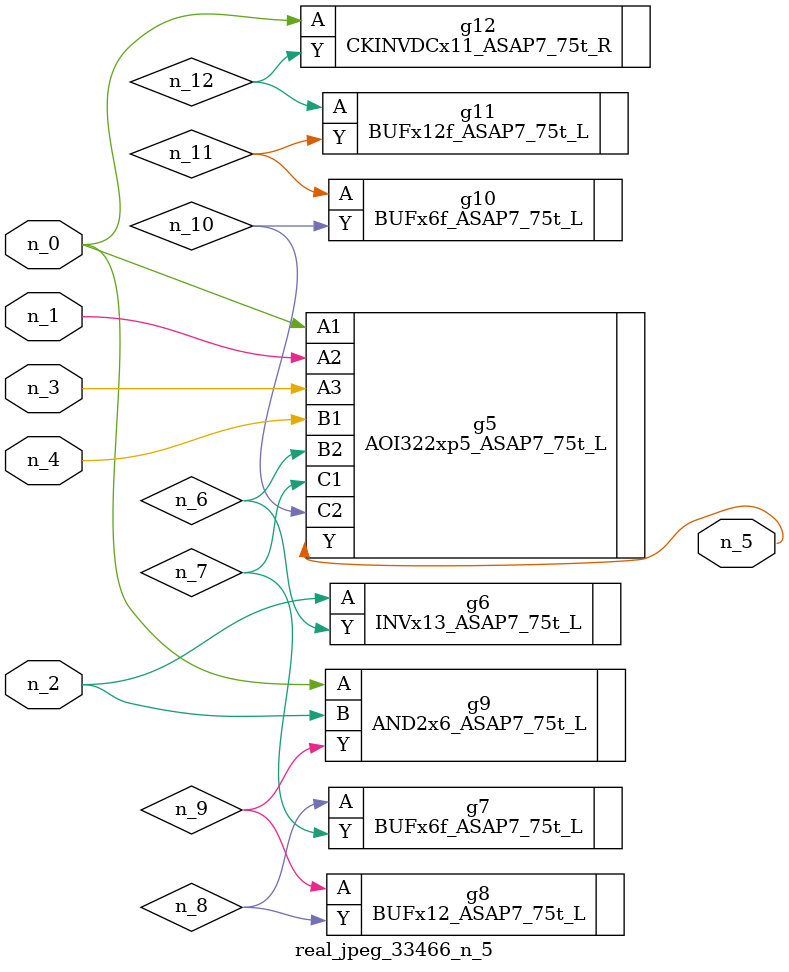
<source format=v>
module real_jpeg_33466_n_5 (n_4, n_0, n_1, n_2, n_3, n_5);

input n_4;
input n_0;
input n_1;
input n_2;
input n_3;

output n_5;

wire n_12;
wire n_8;
wire n_11;
wire n_6;
wire n_7;
wire n_10;
wire n_9;

AOI322xp5_ASAP7_75t_L g5 ( 
.A1(n_0),
.A2(n_1),
.A3(n_3),
.B1(n_4),
.B2(n_6),
.C1(n_7),
.C2(n_10),
.Y(n_5)
);

AND2x6_ASAP7_75t_L g9 ( 
.A(n_0),
.B(n_2),
.Y(n_9)
);

CKINVDCx11_ASAP7_75t_R g12 ( 
.A(n_0),
.Y(n_12)
);

INVx13_ASAP7_75t_L g6 ( 
.A(n_2),
.Y(n_6)
);

BUFx6f_ASAP7_75t_L g7 ( 
.A(n_8),
.Y(n_7)
);

BUFx12_ASAP7_75t_L g8 ( 
.A(n_9),
.Y(n_8)
);

BUFx6f_ASAP7_75t_L g10 ( 
.A(n_11),
.Y(n_10)
);

BUFx12f_ASAP7_75t_L g11 ( 
.A(n_12),
.Y(n_11)
);


endmodule
</source>
